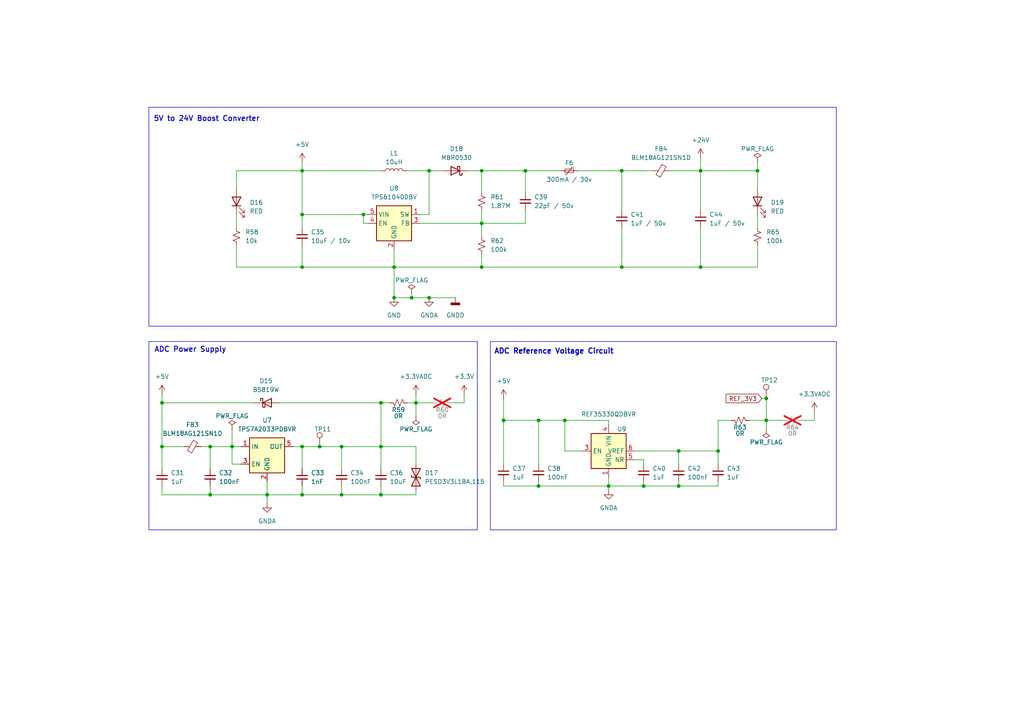
<source format=kicad_sch>
(kicad_sch (version 20250114) (generator "eeschema") (generator_version "9.0")
  (paper "A4")
  (title_block (title "https://github.com/hoeken/sendit") (date "2025-08-28") (rev "B"))
  (lib_symbols
    (symbol "Connector:TestPoint" (pin_numbers (hide yes)) (pin_names (offset 0.762) (hide yes))
      (property "Reference" "TP" (at 0 6.858 0))
      (property "Value" "TestPoint" (at 0 5.08 0))
      (symbol "TestPoint_0_1"
        (circle (center 0 3.302) (radius 0.762))
      )
      (symbol "TestPoint_1_1"
        (pin passive line (at 0 0 90) (length 2.54) (name "1") (number "1"))
      )
    )
    (symbol "Device:C_Small" (pin_numbers (hide yes)) (pin_names (offset 0.254) (hide yes))
      (property "Reference" "C" (at 0.254 1.778 0))
      (property "Value" "C_Small" (at 0.254 -2.032 0))
      (symbol "C_Small_0_1"
        (polyline (pts (xy -1.524 0.508) (xy 1.524 0.508)) (stroke (width 0.3048)))
        (polyline (pts (xy -1.524 -0.508) (xy 1.524 -0.508)) (stroke (width 0.3302)))
      )
      (symbol "C_Small_1_1"
        (pin passive line (at 0 2.54 270) (length 2.032) (name "~") (number "1"))
        (pin passive line (at 0 -2.54 90) (length 2.032) (name "~") (number "2"))
      )
    )
    (symbol "Device:D_Schottky" (pin_numbers (hide yes)) (pin_names (offset 1.016) (hide yes))
      (property "Reference" "D" (at 0 2.54 0))
      (property "Value" "D_Schottky" (at 0 -2.54 0))
      (symbol "D_Schottky_0_1"
        (polyline (pts (xy -1.905 0.635) (xy -1.905 1.27) (xy -1.27 1.27) (xy -1.27 -1.27) (xy -0.635 -1.27) (xy -0.635 -0.635)) (stroke (width 0.254)))
        (polyline (pts (xy 1.27 1.27) (xy 1.27 -1.27) (xy -1.27 0) (xy 1.27 1.27)) (stroke (width 0.254)))
        (polyline (pts (xy 1.27 0) (xy -1.27 0)))
      )
      (symbol "D_Schottky_1_1"
        (pin passive line (at -3.81 0 0) (length 2.54) (name "K") (number "1"))
        (pin passive line (at 3.81 0 180) (length 2.54) (name "A") (number "2"))
      )
    )
    (symbol "Device:D_TVS" (pin_numbers (hide yes)) (pin_names (offset 1.016) (hide yes))
      (property "Reference" "D" (at 0 2.54 0))
      (property "Value" "D_TVS" (at 0 -2.54 0))
      (symbol "D_TVS_0_1"
        (polyline (pts (xy -2.54 1.27) (xy -2.54 -1.27) (xy 2.54 1.27) (xy 2.54 -1.27) (xy -2.54 1.27)) (stroke (width 0.254)))
        (polyline (pts (xy 0.508 1.27) (xy 0 1.27) (xy 0 -1.27) (xy -0.508 -1.27)) (stroke (width 0.254)))
        (polyline (pts (xy 1.27 0) (xy -1.27 0)))
      )
      (symbol "D_TVS_1_1"
        (pin passive line (at -3.81 0 0) (length 2.54) (name "A1") (number "1"))
        (pin passive line (at 3.81 0 180) (length 2.54) (name "A2") (number "2"))
      )
    )
    (symbol "Device:FerriteBead_Small" (pin_numbers (hide yes)) (pin_names (offset 0))
      (property "Reference" "FB" (at 1.905 1.27 0))
      (property "Value" "FerriteBead_Small" (at 1.905 -1.27 0))
      (symbol "FerriteBead_Small_0_1"
        (polyline (pts (xy -1.8288 0.2794) (xy -1.1176 1.4986) (xy 1.8288 -0.2032) (xy 1.1176 -1.4224) (xy -1.8288 0.2794)))
        (polyline (pts (xy 0 0.889) (xy 0 1.2954)))
        (polyline (pts (xy 0 -1.27) (xy 0 -0.7874)))
      )
      (symbol "FerriteBead_Small_1_1"
        (pin passive line (at 0 2.54 270) (length 1.27) (name "~") (number "1"))
        (pin passive line (at 0 -2.54 90) (length 1.27) (name "~") (number "2"))
      )
    )
    (symbol "Device:L" (pin_numbers (hide yes)) (pin_names (offset 1.016) (hide yes))
      (property "Reference" "L" (at -1.27 0 90))
      (property "Value" "L" (at 1.905 0 90))
      (symbol "L_0_1"
        (arc (start 0 2.54) (mid 0.6323 1.905) (end 0 1.27))
        (arc (start 0 1.27) (mid 0.6323 0.635) (end 0 0))
        (arc (start 0 0) (mid 0.6323 -0.635) (end 0 -1.27))
        (arc (start 0 -1.27) (mid 0.6323 -1.905) (end 0 -2.54))
      )
      (symbol "L_1_1"
        (pin passive line (at 0 3.81 270) (length 1.27) (name "1") (number "1"))
        (pin passive line (at 0 -3.81 90) (length 1.27) (name "2") (number "2"))
      )
    )
    (symbol "Device:LED" (pin_numbers (hide yes)) (pin_names (offset 1.016) (hide yes))
      (property "Reference" "D" (at 0 2.54 0))
      (property "Value" "LED" (at 0 -2.54 0))
      (symbol "LED_0_1"
        (polyline (pts (xy -3.048 -0.762) (xy -4.572 -2.286) (xy -3.81 -2.286) (xy -4.572 -2.286) (xy -4.572 -1.524)))
        (polyline (pts (xy -1.778 -0.762) (xy -3.302 -2.286) (xy -2.54 -2.286) (xy -3.302 -2.286) (xy -3.302 -1.524)))
        (polyline (pts (xy -1.27 0) (xy 1.27 0)))
        (polyline (pts (xy -1.27 -1.27) (xy -1.27 1.27)) (stroke (width 0.254)))
        (polyline (pts (xy 1.27 -1.27) (xy 1.27 1.27) (xy -1.27 0) (xy 1.27 -1.27)) (stroke (width 0.254)))
      )
      (symbol "LED_1_1"
        (pin passive line (at -3.81 0 0) (length 2.54) (name "K") (number "1"))
        (pin passive line (at 3.81 0 180) (length 2.54) (name "A") (number "2"))
      )
    )
    (symbol "Device:Polyfuse_Small" (pin_numbers (hide yes)) (pin_names (offset 0))
      (property "Reference" "F" (at -1.905 0 90))
      (property "Value" "Polyfuse_Small" (at 1.905 0 90))
      (symbol "Polyfuse_Small_0_1"
        (polyline (pts (xy -1.016 1.27) (xy -1.016 0.762) (xy 1.016 -0.762) (xy 1.016 -1.27)))
        (rectangle (start -0.508 1.27) (end 0.508 -1.27))
        (polyline (pts (xy 0 2.54) (xy 0 -2.54)))
      )
      (symbol "Polyfuse_Small_1_1"
        (pin passive line (at 0 2.54 270) (length 0.635) (name "~") (number "1"))
        (pin passive line (at 0 -2.54 90) (length 0.635) (name "~") (number "2"))
      )
    )
    (symbol "Device:R_Small_US" (pin_numbers (hide yes)) (pin_names (offset 0.254) (hide yes))
      (property "Reference" "R" (at 0.762 0.508 0))
      (property "Value" "R_Small_US" (at 0.762 -1.016 0))
      (symbol "R_Small_US_1_1"
        (polyline (pts (xy 0 1.524) (xy 1.016 1.143) (xy 0 0.762) (xy -1.016 0.381) (xy 0 0)))
        (polyline (pts (xy 0 0) (xy 1.016 -0.381) (xy 0 -0.762) (xy -1.016 -1.143) (xy 0 -1.524)))
        (pin passive line (at 0 2.54 270) (length 1.016) (name "~") (number "1"))
        (pin passive line (at 0 -2.54 90) (length 1.016) (name "~") (number "2"))
      )
    )
    (symbol "Diode:MBR0530" (pin_numbers (hide yes)) (pin_names (offset 1.016) (hide yes))
      (property "Reference" "D" (at 0 2.54 0))
      (property "Value" "MBR0530" (at 0 -2.54 0))
      (symbol "MBR0530_0_1"
        (polyline (pts (xy -1.905 0.635) (xy -1.905 1.27) (xy -1.27 1.27) (xy -1.27 -1.27) (xy -0.635 -1.27) (xy -0.635 -0.635)) (stroke (width 0.254)))
        (polyline (pts (xy 1.27 1.27) (xy 1.27 -1.27) (xy -1.27 0) (xy 1.27 1.27)) (stroke (width 0.254)))
        (polyline (pts (xy 1.27 0) (xy -1.27 0)))
      )
      (symbol "MBR0530_1_1"
        (pin passive line (at -3.81 0 0) (length 2.54) (name "K") (number "1"))
        (pin passive line (at 3.81 0 180) (length 2.54) (name "A") (number "2"))
      )
    )
    (symbol "Reference_Voltage:REF35330QDBVR"
      (property "Reference" "U" (at 3.81 6.35 0))
      (property "Value" "REF35330QDBVR" (at 8.636 -6.35 0))
      (symbol "REF35330QDBVR_1_1"
        (rectangle (start -5.08 5.08) (end 5.08 -5.08) (stroke (width 0.254)) (fill (type background)))
        (pin input line (at -7.62 0 0) (length 2.54) (name "EN") (number "3"))
        (pin power_in line (at 0 7.62 270) (length 2.54) (name "VIN") (number "4"))
        (pin power_in line (at 0 -7.62 90) (length 2.54) (name "GND") (number "1"))
        (pin passive line (at 0 -7.62 90) (length 2.54) (hide yes) (name "GND") (number "2"))
        (pin power_out line (at 7.62 0 180) (length 2.54) (name "VREF") (number "6"))
        (pin output line (at 7.62 -2.54 180) (length 2.54) (name "NR") (number "5"))
      )
    )
    (symbol "Regulator_Switching:TPS61040DBV"
      (property "Reference" "U" (at -5.08 6.35 0))
      (property "Value" "TPS61040DBV" (at 0 6.35 0))
      (symbol "TPS61040DBV_0_1"
        (rectangle (start -5.08 5.08) (end 5.08 -5.08) (stroke (width 0.254)) (fill (type background)))
      )
      (symbol "TPS61040DBV_1_1"
        (pin power_in line (at -7.62 2.54 0) (length 2.54) (name "VIN") (number "5"))
        (pin input line (at -7.62 0 0) (length 2.54) (name "EN") (number "4"))
        (pin power_in line (at 0 -7.62 90) (length 2.54) (name "GND") (number "2"))
        (pin power_out line (at 7.62 2.54 180) (length 2.54) (name "SW") (number "1"))
        (pin input line (at 7.62 0 180) (length 2.54) (name "FB") (number "3"))
      )
    )
    (symbol "power:+24V" (power) (pin_numbers (hide yes)) (pin_names (offset 0) (hide yes))
      (property "Value" "+24V" (at 0 3.556 0))
      (symbol "+24V_0_1"
        (polyline (pts (xy -0.762 1.27) (xy 0 2.54)))
        (polyline (pts (xy 0 2.54) (xy 0.762 1.27)))
        (polyline (pts (xy 0 0) (xy 0 2.54)))
      )
      (symbol "+24V_1_1"
        (pin power_in line (at 0 0 90) (length 0) (name "~") (number "1"))
      )
    )
    (symbol "power:+3.3V" (power) (pin_numbers (hide yes)) (pin_names (offset 0) (hide yes))
      (property "Value" "+3.3V" (at 0 3.556 0))
      (symbol "+3.3V_0_1"
        (polyline (pts (xy -0.762 1.27) (xy 0 2.54)))
        (polyline (pts (xy 0 2.54) (xy 0.762 1.27)))
        (polyline (pts (xy 0 0) (xy 0 2.54)))
      )
      (symbol "+3.3V_1_1"
        (pin power_in line (at 0 0 90) (length 0) (name "~") (number "1"))
      )
    )
    (symbol "power:+3.3VADC" (power) (pin_numbers (hide yes)) (pin_names (offset 0) (hide yes))
      (property "Value" "+3.3VADC" (at 0 3.556 0))
      (symbol "+3.3VADC_0_0"
        (pin power_in line (at 0 0 90) (length 0) (name "~") (number "1"))
      )
      (symbol "+3.3VADC_0_1"
        (polyline (pts (xy -0.762 1.27) (xy 0 2.54)))
        (polyline (pts (xy 0 2.54) (xy 0.762 1.27)))
        (polyline (pts (xy 0 0) (xy 0 2.54)))
      )
    )
    (symbol "power:+5V" (power) (pin_numbers (hide yes)) (pin_names (offset 0) (hide yes))
      (property "Value" "+5V" (at 0 3.556 0))
      (symbol "+5V_0_1"
        (polyline (pts (xy -0.762 1.27) (xy 0 2.54)))
        (polyline (pts (xy 0 2.54) (xy 0.762 1.27)))
        (polyline (pts (xy 0 0) (xy 0 2.54)))
      )
      (symbol "+5V_1_1"
        (pin power_in line (at 0 0 90) (length 0) (name "~") (number "1"))
      )
    )
    (symbol "power:GND" (power) (pin_numbers (hide yes)) (pin_names (offset 0) (hide yes))
      (property "Value" "GND" (at 0 -3.81 0))
      (symbol "GND_0_1"
        (polyline (pts (xy 0 0) (xy 0 -1.27) (xy 1.27 -1.27) (xy 0 -2.54) (xy -1.27 -1.27) (xy 0 -1.27)))
      )
      (symbol "GND_1_1"
        (pin power_in line (at 0 0 270) (length 0) (name "~") (number "1"))
      )
    )
    (symbol "power:GNDA" (power) (pin_numbers (hide yes)) (pin_names (offset 0) (hide yes))
      (property "Value" "GNDA" (at 0 -3.81 0))
      (symbol "GNDA_0_1"
        (polyline (pts (xy 0 0) (xy 0 -1.27) (xy 1.27 -1.27) (xy 0 -2.54) (xy -1.27 -1.27) (xy 0 -1.27)))
      )
      (symbol "GNDA_1_1"
        (pin power_in line (at 0 0 270) (length 0) (name "~") (number "1"))
      )
    )
    (symbol "power:GNDD" (power) (pin_numbers (hide yes)) (pin_names (offset 0) (hide yes))
      (property "Value" "GNDD" (at 0 -3.175 0))
      (symbol "GNDD_0_1"
        (rectangle (start -1.27 -1.524) (end 1.27 -2.032) (stroke (width 0.254)) (fill (type outline)))
        (polyline (pts (xy 0 0) (xy 0 -1.524)))
      )
      (symbol "GNDD_1_1"
        (pin power_in line (at 0 0 270) (length 0) (name "~") (number "1"))
      )
    )
    (symbol "power:PWR_FLAG" (power) (pin_numbers (hide yes)) (pin_names (offset 0) (hide yes))
      (property "Value" "PWR_FLAG" (at 0 3.81 0))
      (symbol "PWR_FLAG_0_0"
        (pin power_out line (at 0 0 90) (length 0) (name "~") (number "1"))
      )
      (symbol "PWR_FLAG_0_1"
        (polyline (pts (xy 0 0) (xy 0 1.27) (xy -1.016 1.905) (xy 0 2.54) (xy 1.016 1.905) (xy 0 1.27)))
      )
    )
    (symbol "yarrboard:TPS7A2033PDBVR"
      (property "Reference" "U" (at -3.81 6.35 0))
      (property "Value" "TPS7A2033PDBVR" (at 6.35 6.35 0))
      (symbol "TPS7A2033PDBVR_0_1"
        (rectangle (start -5.08 5.08) (end 5.08 -5.08) (stroke (width 0.254)) (fill (type background)))
        (pin input line (at -7.62 -2.54 0) (length 2.54) (name "EN") (number "3"))
        (pin power_in line (at 0 -7.62 90) (length 2.54) (name "GND") (number "2"))
      )
      (symbol "TPS7A2033PDBVR_1_1"
        (pin no_connect line (at -13.97 -10.16 0) (length 2.54) (hide yes) (name "NC") (number "4"))
        (pin power_in line (at -7.62 2.54 0) (length 2.54) (name "IN") (number "1"))
        (pin power_out line (at 7.62 2.54 180) (length 2.54) (name "OUT") (number "5"))
      )
    )
  )
  (rectangle (start 142.24 99.06) (end 242.57 153.67))
  (rectangle (start 43.18 31.115) (end 242.57 94.615))
  (rectangle (start 43.18 99.06) (end 138.43 153.67))
  (text "5V to 24V Boost Converter" (at 59.944 34.544 0) (effects (font (size 1.5 1.5) (thickness 0.254) (bold yes))))
  (text "ADC Power Supply" (at 44.704 102.362 0) (effects (font (size 1.5 1.5) (thickness 0.254) (bold yes)) (justify left bottom)))
  (text "ADC Reference Voltage Circuit" (at 143.256 102.87 0) (effects (font (size 1.5 1.5) (thickness 0.3) (bold yes)) (justify left bottom)))
  (junction (at 110.49 116.84))
  (junction (at 152.4 49.53))
  (junction (at 46.99 116.84))
  (junction (at 120.65 116.84))
  (junction (at 87.63 49.53))
  (junction (at 222.25 121.92))
  (junction (at 60.96 129.54))
  (junction (at 46.99 129.54))
  (junction (at 87.63 129.54))
  (junction (at 87.63 143.51))
  (junction (at 119.38 86.36))
  (junction (at 87.63 62.23))
  (junction (at 203.2 49.53))
  (junction (at 105.41 62.23))
  (junction (at 114.3 77.47))
  (junction (at 180.34 77.47))
  (junction (at 99.06 129.54))
  (junction (at 139.7 64.77))
  (junction (at 99.06 143.51))
  (junction (at 60.96 143.51))
  (junction (at 114.3 86.36))
  (junction (at 110.49 129.54))
  (junction (at 203.2 77.47))
  (junction (at 146.05 121.92))
  (junction (at 67.31 129.54))
  (junction (at 156.21 140.97))
  (junction (at 87.63 77.47))
  (junction (at 196.85 130.81))
  (junction (at 156.21 121.92))
  (junction (at 180.34 49.53))
  (junction (at 92.71 129.54))
  (junction (at 139.7 49.53))
  (junction (at 124.46 49.53))
  (junction (at 110.49 143.51))
  (junction (at 208.28 130.81))
  (junction (at 219.71 49.53))
  (junction (at 176.53 140.97))
  (junction (at 196.85 140.97))
  (junction (at 186.69 140.97))
  (junction (at 77.47 143.51))
  (junction (at 163.83 121.92))
  (junction (at 124.46 86.36))
  (junction (at 139.7 77.47))
  (junction (at 222.25 115.57))
  (wire (pts (xy 146.05 140.97) (xy 146.05 139.7)))
  (wire (pts (xy 139.7 77.47) (xy 180.34 77.47)))
  (wire (pts (xy 219.71 77.47) (xy 219.71 71.12)))
  (wire (pts (xy 203.2 49.53) (xy 203.2 60.96)))
  (wire (pts (xy 77.47 143.51) (xy 87.63 143.51)))
  (wire (pts (xy 156.21 121.92) (xy 156.21 134.62)))
  (wire (pts (xy 114.3 77.47) (xy 139.7 77.47)))
  (wire (pts (xy 87.63 77.47) (xy 114.3 77.47)))
  (wire (pts (xy 110.49 143.51) (xy 120.65 143.51)))
  (wire (pts (xy 105.41 62.23) (xy 87.63 62.23)))
  (wire (pts (xy 99.06 129.54) (xy 99.06 135.89)))
  (wire (pts (xy 222.25 115.57) (xy 222.25 121.92)))
  (wire (pts (xy 146.05 115.57) (xy 146.05 121.92)))
  (wire (pts (xy 121.92 64.77) (xy 139.7 64.77)))
  (wire (pts (xy 176.53 140.97) (xy 176.53 142.24)))
  (wire (pts (xy 87.63 140.97) (xy 87.63 143.51)))
  (wire (pts (xy 120.65 120.65) (xy 120.65 116.84)))
  (wire (pts (xy 139.7 49.53) (xy 152.4 49.53)))
  (wire (pts (xy 139.7 77.47) (xy 139.7 73.66)))
  (wire (pts (xy 139.7 55.88) (xy 139.7 49.53)))
  (wire (pts (xy 152.4 64.77) (xy 139.7 64.77)))
  (wire (pts (xy 124.46 86.36) (xy 132.08 86.36)))
  (wire (pts (xy 67.31 129.54) (xy 67.31 134.62)))
  (wire (pts (xy 68.58 77.47) (xy 87.63 77.47)))
  (wire (pts (xy 46.99 129.54) (xy 53.34 129.54)))
  (wire (pts (xy 60.96 129.54) (xy 67.31 129.54)))
  (wire (pts (xy 134.62 116.84) (xy 130.81 116.84)))
  (wire (pts (xy 87.63 129.54) (xy 87.63 135.89)))
  (wire (pts (xy 58.42 129.54) (xy 60.96 129.54)))
  (wire (pts (xy 85.09 129.54) (xy 87.63 129.54)))
  (wire (pts (xy 46.99 116.84) (xy 46.99 129.54)))
  (wire (pts (xy 186.69 133.35) (xy 186.69 134.62)))
  (wire (pts (xy 184.15 130.81) (xy 196.85 130.81)))
  (wire (pts (xy 87.63 49.53) (xy 110.49 49.53)))
  (wire (pts (xy 87.63 49.53) (xy 68.58 49.53)))
  (wire (pts (xy 99.06 143.51) (xy 110.49 143.51)))
  (wire (pts (xy 68.58 71.12) (xy 68.58 77.47)))
  (wire (pts (xy 236.22 119.38) (xy 236.22 121.92)))
  (wire (pts (xy 125.73 116.84) (xy 120.65 116.84)))
  (wire (pts (xy 208.28 140.97) (xy 208.28 139.7)))
  (wire (pts (xy 124.46 49.53) (xy 128.27 49.53)))
  (wire (pts (xy 176.53 121.92) (xy 176.53 123.19)))
  (wire (pts (xy 212.09 121.92) (xy 208.28 121.92)))
  (wire (pts (xy 99.06 129.54) (xy 110.49 129.54)))
  (wire (pts (xy 119.38 85.09) (xy 119.38 86.36)))
  (wire (pts (xy 114.3 77.47) (xy 114.3 86.36)))
  (wire (pts (xy 87.63 49.53) (xy 87.63 62.23)))
  (wire (pts (xy 110.49 116.84) (xy 110.49 129.54)))
  (wire (pts (xy 180.34 77.47) (xy 203.2 77.47)))
  (wire (pts (xy 176.53 138.43) (xy 176.53 140.97)))
  (wire (pts (xy 73.66 116.84) (xy 46.99 116.84)))
  (wire (pts (xy 106.68 64.77) (xy 105.41 64.77)))
  (wire (pts (xy 163.83 130.81) (xy 168.91 130.81)))
  (wire (pts (xy 219.71 49.53) (xy 219.71 54.61)))
  (wire (pts (xy 222.25 124.46) (xy 222.25 121.92)))
  (wire (pts (xy 60.96 143.51) (xy 46.99 143.51)))
  (wire (pts (xy 219.71 62.23) (xy 219.71 66.04)))
  (wire (pts (xy 60.96 129.54) (xy 60.96 135.89)))
  (wire (pts (xy 222.25 115.57) (xy 220.98 115.57)))
  (wire (pts (xy 186.69 140.97) (xy 196.85 140.97)))
  (wire (pts (xy 156.21 139.7) (xy 156.21 140.97)))
  (wire (pts (xy 60.96 140.97) (xy 60.96 143.51)))
  (wire (pts (xy 120.65 116.84) (xy 118.11 116.84)))
  (wire (pts (xy 203.2 77.47) (xy 219.71 77.47)))
  (wire (pts (xy 163.83 121.92) (xy 163.83 130.81)))
  (wire (pts (xy 110.49 116.84) (xy 113.03 116.84)))
  (wire (pts (xy 196.85 140.97) (xy 208.28 140.97)))
  (wire (pts (xy 69.85 134.62) (xy 67.31 134.62)))
  (wire (pts (xy 114.3 72.39) (xy 114.3 77.47)))
  (wire (pts (xy 60.96 143.51) (xy 77.47 143.51)))
  (wire (pts (xy 167.64 49.53) (xy 180.34 49.53)))
  (wire (pts (xy 110.49 129.54) (xy 120.65 129.54)))
  (wire (pts (xy 208.28 121.92) (xy 208.28 130.81)))
  (wire (pts (xy 118.11 49.53) (xy 124.46 49.53)))
  (wire (pts (xy 67.31 129.54) (xy 69.85 129.54)))
  (wire (pts (xy 134.62 114.3) (xy 134.62 116.84)))
  (wire (pts (xy 146.05 121.92) (xy 156.21 121.92)))
  (wire (pts (xy 184.15 133.35) (xy 186.69 133.35)))
  (wire (pts (xy 139.7 49.53) (xy 135.89 49.53)))
  (wire (pts (xy 180.34 49.53) (xy 180.34 60.96)))
  (wire (pts (xy 139.7 68.58) (xy 139.7 64.77)))
  (wire (pts (xy 120.65 143.51) (xy 120.65 142.24)))
  (wire (pts (xy 87.63 143.51) (xy 99.06 143.51)))
  (wire (pts (xy 121.92 62.23) (xy 124.46 62.23)))
  (wire (pts (xy 124.46 62.23) (xy 124.46 49.53)))
  (wire (pts (xy 106.68 62.23) (xy 105.41 62.23)))
  (wire (pts (xy 99.06 143.51) (xy 99.06 140.97)))
  (wire (pts (xy 77.47 139.7) (xy 77.47 143.51)))
  (wire (pts (xy 146.05 121.92) (xy 146.05 134.62)))
  (wire (pts (xy 180.34 77.47) (xy 180.34 66.04)))
  (wire (pts (xy 186.69 139.7) (xy 186.69 140.97)))
  (wire (pts (xy 110.49 140.97) (xy 110.49 143.51)))
  (wire (pts (xy 120.65 114.3) (xy 120.65 116.84)))
  (wire (pts (xy 146.05 140.97) (xy 156.21 140.97)))
  (wire (pts (xy 105.41 64.77) (xy 105.41 62.23)))
  (wire (pts (xy 156.21 140.97) (xy 176.53 140.97)))
  (wire (pts (xy 203.2 49.53) (xy 219.71 49.53)))
  (wire (pts (xy 176.53 121.92) (xy 163.83 121.92)))
  (wire (pts (xy 114.3 86.36) (xy 119.38 86.36)))
  (wire (pts (xy 46.99 114.3) (xy 46.99 116.84)))
  (wire (pts (xy 196.85 130.81) (xy 196.85 134.62)))
  (wire (pts (xy 180.34 49.53) (xy 189.23 49.53)))
  (wire (pts (xy 81.28 116.84) (xy 110.49 116.84)))
  (wire (pts (xy 87.63 71.12) (xy 87.63 77.47)))
  (wire (pts (xy 208.28 130.81) (xy 208.28 134.62)))
  (wire (pts (xy 120.65 129.54) (xy 120.65 134.62)))
  (wire (pts (xy 219.71 46.99) (xy 219.71 49.53)))
  (wire (pts (xy 176.53 140.97) (xy 186.69 140.97)))
  (wire (pts (xy 232.41 121.92) (xy 236.22 121.92)))
  (wire (pts (xy 68.58 49.53) (xy 68.58 54.61)))
  (wire (pts (xy 87.63 66.04) (xy 87.63 62.23)))
  (wire (pts (xy 227.33 121.92) (xy 222.25 121.92)))
  (wire (pts (xy 208.28 130.81) (xy 196.85 130.81)))
  (wire (pts (xy 87.63 46.99) (xy 87.63 49.53)))
  (wire (pts (xy 110.49 129.54) (xy 110.49 135.89)))
  (wire (pts (xy 68.58 62.23) (xy 68.58 66.04)))
  (wire (pts (xy 163.83 121.92) (xy 156.21 121.92)))
  (wire (pts (xy 92.71 129.54) (xy 99.06 129.54)))
  (wire (pts (xy 46.99 143.51) (xy 46.99 140.97)))
  (wire (pts (xy 196.85 139.7) (xy 196.85 140.97)))
  (wire (pts (xy 152.4 49.53) (xy 162.56 49.53)))
  (wire (pts (xy 152.4 49.53) (xy 152.4 55.88)))
  (wire (pts (xy 87.63 129.54) (xy 92.71 129.54)))
  (wire (pts (xy 46.99 129.54) (xy 46.99 135.89)))
  (wire (pts (xy 222.25 121.92) (xy 217.17 121.92)))
  (wire (pts (xy 203.2 77.47) (xy 203.2 66.04)))
  (wire (pts (xy 119.38 86.36) (xy 124.46 86.36)))
  (wire (pts (xy 139.7 60.96) (xy 139.7 64.77)))
  (wire (pts (xy 194.31 49.53) (xy 203.2 49.53)))
  (wire (pts (xy 152.4 60.96) (xy 152.4 64.77)))
  (wire (pts (xy 203.2 49.53) (xy 203.2 45.72)))
  (wire (pts (xy 67.31 124.46) (xy 67.31 129.54)))
  (wire (pts (xy 77.47 143.51) (xy 77.47 146.05)))
  (global_label "REF_3V3" (shape input) (at 220.98 115.57 180) (property "Intersheetrefs" "${INTERSHEET_REFS}" (at 210.012 115.57 0) (effects (justify right))))
  (symbol (lib_id "Device:C_Small") (at 203.2 63.5 0) (unit 1)
    (property "Reference" "C44" (at 205.74 62.2362 0) (effects (justify left)))
    (property "Value" "1uF / 50v" (at 205.74 64.7762 0) (effects (justify left)))
    (property "Footprint" "Capacitor_SMD:C_0603_1608Metric" (effects (hide yes)))
    (property "Description" "Unpolarized capacitor, small symbol" (effects (hide yes)))
    (property "LCSC" "C15849" (effects (hide yes)))
  )
  (symbol (lib_id "Device:C_Small") (at 110.49 138.43 0) (unit 1)
    (property "Reference" "C36" (at 113.03 137.1662 0) (effects (justify left)))
    (property "Value" "10uF" (at 113.03 139.7062 0) (effects (justify left)))
    (property "Footprint" "Capacitor_SMD:C_0805_2012Metric" (effects (hide yes)))
    (property "Description" "Unpolarized capacitor, small symbol" (effects (hide yes)))
  )
  (symbol (lib_id "Connector:TestPoint") (at 92.71 129.54 0) (unit 1) (in_bom no)
    (property "Reference" "TP11" (at 91.186 124.46 0) (effects (justify left)))
    (property "Footprint" "TestPoint:TestPoint_THTPad_D2.0mm_Drill1.0mm" (effects (hide yes)))
    (property "Description" "test point" (effects (hide yes)))
  )
  (symbol (lib_id "power:+3.3VADC") (at 236.22 119.38 0) (mirror y) (unit 1)
    (property "Reference" "#PWR078" (effects (hide yes)))
    (property "Value" "+3.3VADC" (at 236.22 114.3 0))
    (property "Description" "Power symbol creates a global label with name \"+3.3VADC\"" (effects (hide yes)))
  )
  (symbol (lib_id "Device:C_Small") (at 46.99 138.43 0) (unit 1)
    (property "Reference" "C31" (at 49.53 137.1663 0) (effects (justify left)))
    (property "Value" "1uF" (at 49.53 139.7063 0) (effects (justify left)))
    (property "Footprint" "Capacitor_SMD:C_0603_1608Metric" (effects (hide yes)))
  )
  (symbol (lib_id "Device:C_Small") (at 156.21 137.16 0) (unit 1)
    (property "Reference" "C38" (at 158.75 135.8963 0) (effects (justify left)))
    (property "Value" "100nF" (at 158.75 138.4363 0) (effects (justify left)))
    (property "Footprint" "Capacitor_SMD:C_0603_1608Metric" (effects (hide yes)))
  )
  (symbol (lib_id "Device:C_Small") (at 146.05 137.16 0) (unit 1)
    (property "Reference" "C37" (at 148.59 135.8963 0) (effects (justify left)))
    (property "Value" "1uF" (at 148.59 138.4363 0) (effects (justify left)))
    (property "Footprint" "Capacitor_SMD:C_0603_1608Metric" (effects (hide yes)))
  )
  (symbol (lib_id "Device:FerriteBead_Small") (at 55.88 129.54 90) (unit 1)
    (property "Reference" "FB3" (at 55.8419 123.19 90))
    (property "Value" "BLM18AG121SN1D" (at 55.8419 125.73 90))
    (property "Footprint" "Inductor_SMD:L_0603_1608Metric" (effects (hide yes)))
    (property "LCSC" "C76893" (effects (hide yes)))
  )
  (symbol (lib_id "Device:R_Small_US") (at 214.63 121.92 90) (mirror x) (unit 1)
    (property "Reference" "R63" (at 214.63 123.952 90))
    (property "Value" "0R" (at 214.63 125.73 90))
    (property "Footprint" "Resistor_SMD:R_0603_1608Metric" (effects (hide yes)))
  )
  (symbol (lib_id "power:+5V") (at 146.05 115.57 0) (unit 1)
    (property "Reference" "#PWR075" (effects (hide yes)))
    (property "Value" "+5V" (at 146.05 110.49 0))
    (property "Description" "Power symbol creates a global label with name \"+5V\"" (effects (hide yes)))
  )
  (symbol (lib_id "Device:LED") (at 219.71 58.42 90) (unit 1)
    (property "Reference" "D19" (at 223.52 58.7374 90) (effects (justify right)))
    (property "Value" "RED" (at 223.52 61.2774 90) (effects (justify right)))
    (property "Footprint" "LED_SMD:LED_0603_1608Metric" (effects (hide yes)))
    (property "Description" "Light emitting diode" (effects (hide yes)))
    (property "Sim.Pins" "1=K 2=A" (effects (hide yes)))
    (property "LCSC" "C94869" (effects (hide yes)))
  )
  (symbol (lib_id "power:GND") (at 114.3 86.36 0) (unit 1)
    (property "Reference" "#PWR072" (effects (hide yes)))
    (property "Value" "GND" (at 114.3 91.44 0))
    (property "Description" "Power symbol creates a global label with name \"GND\" , ground" (effects (hide yes)))
  )
  (symbol (lib_id "Device:C_Small") (at 180.34 63.5 0) (unit 1)
    (property "Reference" "C41" (at 182.88 62.2362 0) (effects (justify left)))
    (property "Value" "1uF / 50v" (at 182.88 64.7762 0) (effects (justify left)))
    (property "Footprint" "Capacitor_SMD:C_0603_1608Metric" (effects (hide yes)))
    (property "Description" "Unpolarized capacitor, small symbol" (effects (hide yes)))
    (property "LCSC" "C15849" (effects (hide yes)))
  )
  (symbol (lib_id "Device:R_Small_US") (at 139.7 71.12 0) (unit 1)
    (property "Reference" "R62" (at 142.24 69.8499 0) (effects (justify left)))
    (property "Value" "100k" (at 142.24 72.3899 0) (effects (justify left)))
    (property "Footprint" "Resistor_SMD:R_0603_1608Metric" (effects (hide yes)))
    (property "Description" "Resistor, small US symbol" (effects (hide yes)))
    (property "LCSC" "C25803" (effects (hide yes)))
  )
  (symbol (lib_id "Regulator_Switching:TPS61040DBV") (at 114.3 64.77 0) (unit 1)
    (property "Reference" "U8" (at 114.3 54.61 0))
    (property "Value" "TPS61040DBV" (at 114.3 57.15 0))
    (property "Footprint" "Package_TO_SOT_SMD:SOT-23-5" (effects (hide yes)))
    (property "Datasheet" "http://www.ti.com/lit/ds/symlink/tps61040.pdf" (effects (hide yes)))
    (property "Description" "Synchronous Boost Regulator, Adjustable Output up to 28V, 400 mA Switch Current Limit, SOT-23-5" (effects (hide yes)))
    (property "LCSC" "C7722" (effects (hide yes)))
    (property "Rotation Offset" "90" (effects (hide yes)))
  )
  (symbol (lib_id "Device:R_Small_US") (at 68.58 68.58 0) (unit 1)
    (property "Reference" "R58" (at 71.12 67.3099 0) (effects (justify left)))
    (property "Value" "10k" (at 71.12 69.8499 0) (effects (justify left)))
    (property "Footprint" "Resistor_SMD:R_0603_1608Metric" (effects (hide yes)))
    (property "Description" "Resistor, small US symbol" (effects (hide yes)))
    (property "LCSC" "C23204" (effects (hide yes)))
  )
  (symbol (lib_id "yarrboard:TPS7A2033PDBVR") (at 77.47 132.08 0) (unit 1)
    (property "Reference" "U7" (at 77.47 121.92 0))
    (property "Value" "TPS7A2033PDBVR" (at 77.47 124.46 0))
    (property "Footprint" "Package_TO_SOT_SMD:SOT-23-5" (effects (hide yes)))
    (property "Datasheet" "https://www.ti.com/lit/ds/symlink/tps7a20.pdf" (effects (hide yes)))
    (property "Description" "300 mA Low Dropout Voltage Regulator, Fixed Output, 1.6..6.0Vin, Low-Noise (7μV RMS), 6.5μA IQ LDO, X2SON-5" (effects (hide yes)))
    (property "Mouser" " 579-MCP1754ST3302EMB " (effects (hide yes)))
  )
  (symbol (lib_id "Device:C_Small") (at 152.4 58.42 0) (unit 1)
    (property "Reference" "C39" (at 154.94 57.1562 0) (effects (justify left)))
    (property "Value" "22pF / 50v" (at 154.94 59.6962 0) (effects (justify left)))
    (property "Footprint" "Capacitor_SMD:C_0603_1608Metric" (effects (hide yes)))
    (property "Description" "Unpolarized capacitor, small symbol" (effects (hide yes)))
    (property "LCSC" "C1653" (effects (hide yes)))
  )
  (symbol (lib_id "power:GNDA") (at 77.47 146.05 0) (unit 1)
    (property "Reference" "#PWR069" (effects (hide yes)))
    (property "Value" "GNDA" (at 77.47 151.13 0))
    (property "Description" "Power symbol creates a global label with name \"GNDA\" , analog ground" (effects (hide yes)))
  )
  (symbol (lib_id "power:+3.3V") (at 134.62 114.3 0) (mirror y) (unit 1)
    (property "Reference" "#PWR073" (effects (hide yes)))
    (property "Value" "+3.3V" (at 134.62 109.22 0))
    (property "Description" "Power symbol creates a global label with name \"+3.3V\"" (effects (hide yes)))
  )
  (symbol (lib_id "power:+5V") (at 46.99 114.3 0) (unit 1)
    (property "Reference" "#PWR067" (effects (hide yes)))
    (property "Value" "+5V" (at 46.99 109.22 0))
    (property "Description" "Power symbol creates a global label with name \"+5V\"" (effects (hide yes)))
  )
  (symbol (lib_id "Device:C_Small") (at 87.63 138.43 0) (unit 1)
    (property "Reference" "C33" (at 90.17 137.1663 0) (effects (justify left)))
    (property "Value" "1nF" (at 90.17 139.7063 0) (effects (justify left)))
    (property "Footprint" "Capacitor_SMD:C_0402_1005Metric" (effects (hide yes)))
  )
  (symbol (lib_id "Device:Polyfuse_Small") (at 165.1 49.53 270) (unit 1)
    (property "Reference" "F6" (at 165.1 47.244 90))
    (property "Value" "300mA / 30v" (at 165.1 52.07 90))
    (property "Footprint" "Fuse:Fuse_0805_2012Metric" (effects (hide yes)))
    (property "LCSC" "C22378359" (effects (hide yes)))
  )
  (symbol (lib_id "power:GNDA") (at 124.46 86.36 0) (unit 1)
    (property "Reference" "#PWR074" (effects (hide yes)))
    (property "Value" "GNDA" (at 124.46 91.44 0))
    (property "Description" "Power symbol creates a global label with name \"GNDA\" , analog ground" (effects (hide yes)))
  )
  (symbol (lib_id "Reference_Voltage:REF35330QDBVR") (at 176.53 130.81 0) (unit 1)
    (property "Reference" "U9" (at 180.34 124.46 0))
    (property "Value" "REF35330QDBVR" (at 176.53 120.142 0))
    (property "Footprint" "Package_TO_SOT_SMD:SOT-23-6" (effects (hide yes)))
    (property "Datasheet" "https://www.ti.com/lit/ds/symlink/ref35.pdf" (effects (hide yes)))
    (property "Description" "3.3V, Ultra Low-Power, High-Precision Voltage Reference, SOT-23-6" (effects (hide yes)))
    (property "Rotation Offset" "90" (effects (hide yes)))
  )
  (symbol (lib_id "power:PWR_FLAG") (at 219.71 46.99 0) (unit 1)
    (property "Reference" "#FLG05" (effects (hide yes)))
    (property "Value" "PWR_FLAG" (at 219.71 43.18 0))
    (property "Description" "Special symbol for telling ERC where power comes from" (effects (hide yes)))
  )
  (symbol (lib_id "Device:D_Schottky") (at 77.47 116.84 0) (unit 1)
    (property "Reference" "D15" (at 77.1525 110.49 0))
    (property "Value" "B5819W" (at 77.1525 113.03 0))
    (property "Footprint" "Diode_SMD:D_SOD-123" (effects (hide yes)))
  )
  (symbol (lib_id "Device:L") (at 114.3 49.53 90) (unit 1)
    (property "Reference" "L1" (at 114.3 44.45 90))
    (property "Value" "10uH" (at 114.3 46.99 90))
    (property "Footprint" "Inductor_SMD:L_APV_ANR252012" (effects (hide yes)))
    (property "Description" "Inductor" (effects (hide yes)))
    (property "LCSC" "C5832376" (effects (hide yes)))
  )
  (symbol (lib_id "Device:C_Small") (at 208.28 137.16 0) (unit 1)
    (property "Reference" "C43" (at 210.82 135.8963 0) (effects (justify left)))
    (property "Value" "1uF" (at 210.82 138.4363 0) (effects (justify left)))
    (property "Footprint" "Capacitor_SMD:C_0603_1608Metric" (effects (hide yes)))
  )
  (symbol (lib_id "Device:FerriteBead_Small") (at 191.77 49.53 90) (unit 1)
    (property "Reference" "FB4" (at 191.7319 43.18 90))
    (property "Value" "BLM18AG121SN1D" (at 191.7319 45.72 90))
    (property "Footprint" "Inductor_SMD:L_0603_1608Metric" (effects (hide yes)))
    (property "LCSC" "C76893" (effects (hide yes)))
  )
  (symbol (lib_id "power:PWR_FLAG") (at 222.25 124.46 180) (unit 1)
    (property "Reference" "#FLG04" (effects (hide yes)))
    (property "Value" "PWR_FLAG" (at 222.25 128.27 0))
    (property "Description" "Special symbol for telling ERC where power comes from" (effects (hide yes)))
  )
  (symbol (lib_id "Device:R_Small_US") (at 139.7 58.42 0) (unit 1)
    (property "Reference" "R61" (at 142.24 57.1499 0) (effects (justify left)))
    (property "Value" "1.87M" (at 142.24 59.6899 0) (effects (justify left)))
    (property "Footprint" "Resistor_SMD:R_0603_1608Metric" (effects (hide yes)))
    (property "Description" "Resistor, small US symbol" (effects (hide yes)))
    (property "LCSC" "C61679" (effects (hide yes)))
  )
  (symbol (lib_id "Device:C_Small") (at 87.63 68.58 0) (unit 1)
    (property "Reference" "C35" (at 90.17 67.3162 0) (effects (justify left)))
    (property "Value" "10uF / 10v" (at 90.17 69.8562 0) (effects (justify left)))
    (property "Footprint" "Capacitor_SMD:C_0603_1608Metric" (effects (hide yes)))
    (property "Description" "Unpolarized capacitor, small symbol" (effects (hide yes)))
    (property "LCSC" "C19702" (effects (hide yes)))
  )
  (symbol (lib_id "power:PWR_FLAG") (at 120.65 120.65 180) (unit 1)
    (property "Reference" "#FLG03" (effects (hide yes)))
    (property "Value" "PWR_FLAG" (at 120.65 124.46 0))
    (property "Description" "Special symbol for telling ERC where power comes from" (effects (hide yes)))
  )
  (symbol (lib_id "Connector:TestPoint") (at 222.25 115.57 0) (unit 1) (in_bom no)
    (property "Reference" "TP12" (at 220.726 110.236 0) (effects (justify left)))
    (property "Value" "TestPoint" (effects (hide yes)))
    (property "Footprint" "TestPoint:TestPoint_THTPad_D2.0mm_Drill1.0mm" (effects (hide yes)))
    (property "Description" "test point" (effects (hide yes)))
  )
  (symbol (lib_id "Diode:MBR0530") (at 132.08 49.53 180) (unit 1)
    (property "Reference" "D18" (at 132.3975 43.18 0))
    (property "Value" "MBR0530" (at 132.3975 45.72 0))
    (property "Footprint" "Diode_SMD:D_SOD-123" (effects (hide yes)))
    (property "Datasheet" "http://www.mccsemi.com/up_pdf/MBR0520~MBR0580(SOD123).pdf" (effects (hide yes)))
    (property "Description" "30V 0.5A Schottky Power Rectifier Diode, SOD-123" (effects (hide yes)))
    (property "LCSC" "C82046" (effects (hide yes)))
  )
  (symbol (lib_id "Device:C_Small") (at 60.96 138.43 0) (unit 1)
    (property "Reference" "C32" (at 63.5 137.1663 0) (effects (justify left)))
    (property "Value" "100nF" (at 63.5 139.7063 0) (effects (justify left)))
    (property "Footprint" "Capacitor_SMD:C_0603_1608Metric" (effects (hide yes)))
  )
  (symbol (lib_id "power:+3.3VADC") (at 120.65 114.3 0) (mirror y) (unit 1)
    (property "Reference" "#PWR071" (effects (hide yes)))
    (property "Value" "+3.3VADC" (at 120.65 109.22 0))
    (property "Description" "Power symbol creates a global label with name \"+3.3VADC\"" (effects (hide yes)))
  )
  (symbol (lib_id "power:+24V") (at 203.2 45.72 0) (unit 1)
    (property "Reference" "#PWR077" (effects (hide yes)))
    (property "Value" "+24V" (at 203.2 40.64 0))
    (property "Description" "Power symbol creates a global label with name \"+24V\"" (effects (hide yes)))
  )
  (symbol (lib_id "power:+5V") (at 87.63 46.99 0) (unit 1)
    (property "Reference" "#PWR070" (effects (hide yes)))
    (property "Value" "+5V" (at 87.63 41.91 0))
    (property "Description" "Power symbol creates a global label with name \"+5V\"" (effects (hide yes)))
  )
  (symbol (lib_id "Device:D_TVS") (at 120.65 138.43 90) (unit 1)
    (property "Reference" "D17" (at 123.19 137.16 90) (effects (justify right)))
    (property "Value" "PESD3V3L1BA,115" (at 123.19 139.7 90) (effects (justify right)))
    (property "Footprint" "Diode_SMD:D_SOD-323" (effects (hide yes)))
    (property "LCSC" "C316020" (effects (hide yes)))
  )
  (symbol (lib_id "Device:C_Small") (at 99.06 138.43 0) (unit 1)
    (property "Reference" "C34" (at 101.6 137.1663 0) (effects (justify left)))
    (property "Value" "100nF" (at 101.6 139.7063 0) (effects (justify left)))
    (property "Footprint" "Capacitor_SMD:C_0603_1608Metric" (effects (hide yes)))
  )
  (symbol (lib_id "Device:R_Small_US") (at 115.57 116.84 90) (mirror x) (unit 1)
    (property "Reference" "R59" (at 115.57 118.872 90))
    (property "Value" "0R" (at 115.57 120.65 90))
    (property "Footprint" "Resistor_SMD:R_0603_1608Metric" (effects (hide yes)))
  )
  (symbol (lib_id "power:PWR_FLAG") (at 67.31 124.46 0) (unit 1)
    (property "Reference" "#FLG09" (effects (hide yes)))
    (property "Value" "PWR_FLAG" (at 67.31 120.65 0))
    (property "Description" "Special symbol for telling ERC where power comes from" (effects (hide yes)))
  )
  (symbol (lib_id "Device:LED") (at 68.58 58.42 90) (unit 1)
    (property "Reference" "D16" (at 72.39 58.7374 90) (effects (justify right)))
    (property "Value" "RED" (at 72.39 61.2774 90) (effects (justify right)))
    (property "Footprint" "LED_SMD:LED_0603_1608Metric" (effects (hide yes)))
    (property "Description" "Light emitting diode" (effects (hide yes)))
    (property "Sim.Pins" "1=K 2=A" (effects (hide yes)))
    (property "LCSC" "C94869" (effects (hide yes)))
  )
  (symbol (lib_id "power:PWR_FLAG") (at 119.38 85.09 0) (unit 1)
    (property "Reference" "#FLG06" (effects (hide yes)))
    (property "Value" "PWR_FLAG" (at 119.38 81.28 0))
    (property "Description" "Special symbol for telling ERC where power comes from" (effects (hide yes)))
  )
  (symbol (lib_id "Device:C_Small") (at 196.85 137.16 0) (unit 1)
    (property "Reference" "C42" (at 199.39 135.8963 0) (effects (justify left)))
    (property "Value" "100nF" (at 199.39 138.4363 0) (effects (justify left)))
    (property "Footprint" "Capacitor_SMD:C_0603_1608Metric" (effects (hide yes)))
  )
  (symbol (lib_id "Device:R_Small_US") (at 128.27 116.84 90) (mirror x) (unit 1) (dnp yes)
    (property "Reference" "R60" (at 128.27 118.872 90))
    (property "Value" "0R" (at 128.27 120.65 90))
    (property "Footprint" "Resistor_SMD:R_0603_1608Metric" (effects (hide yes)))
    (property "LCSC" "C96345" (effects (hide yes)))
  )
  (symbol (lib_id "Device:R_Small_US") (at 229.87 121.92 90) (mirror x) (unit 1) (dnp yes)
    (property "Reference" "R64" (at 229.87 123.952 90))
    (property "Value" "0R" (at 229.87 125.73 90))
    (property "Footprint" "Resistor_SMD:R_0603_1608Metric" (effects (hide yes)))
    (property "LCSC" "C96345" (effects (hide yes)))
  )
  (symbol (lib_id "power:GNDA") (at 176.53 142.24 0) (unit 1)
    (property "Reference" "#PWR076" (effects (hide yes)))
    (property "Value" "GNDA" (at 176.53 147.32 0))
    (property "Description" "Power symbol creates a global label with name \"GNDA\" , analog ground" (effects (hide yes)))
  )
  (symbol (lib_id "power:GNDD") (at 132.08 86.36 0) (unit 1)
    (property "Reference" "#PWR068" (effects (hide yes)))
    (property "Value" "GNDD" (at 132.08 91.44 0))
    (property "Description" "Power symbol creates a global label with name \"GNDD\" , digital ground" (effects (hide yes)))
  )
  (symbol (lib_id "Device:R_Small_US") (at 219.71 68.58 0) (unit 1)
    (property "Reference" "R65" (at 222.25 67.3099 0) (effects (justify left)))
    (property "Value" "100k" (at 222.25 69.8499 0) (effects (justify left)))
    (property "Footprint" "Resistor_SMD:R_0603_1608Metric" (effects (hide yes)))
    (property "Description" "Resistor, small US symbol" (effects (hide yes)))
    (property "LCSC" "C23189" (effects (hide yes)))
  )
  (symbol (lib_id "Device:C_Small") (at 186.69 137.16 0) (unit 1)
    (property "Reference" "C40" (at 189.23 135.8963 0) (effects (justify left)))
    (property "Value" "1uF" (at 189.23 138.4363 0) (effects (justify left)))
    (property "Footprint" "Capacitor_SMD:C_0603_1608Metric" (effects (hide yes)))
  )
)
</source>
